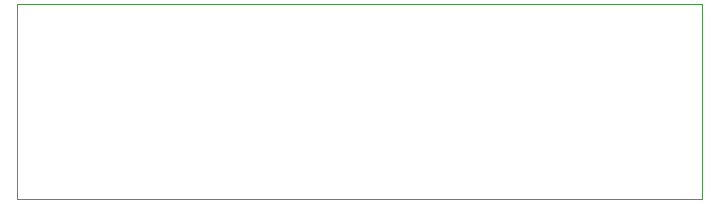
<source format=gbr>
G04 --- HEADER BEGIN --- *
%TF.GenerationSoftware,LibrePCB,LibrePCB,0.1.1-unstable*%
%TF.CreationDate,2019-06-09T12:53:25*%
%TF.ProjectId,Brushless Controller - default,345039e0-aa20-4574-aecf-6ad16ab42204,v1*%
%TF.Part,Single*%
%FSLAX66Y66*%
%MOMM*%
G01*
G74*
G04 --- HEADER END --- *
G04 --- APERTURE LIST BEGIN --- *
%ADD10C,0.001*%
G04 --- APERTURE LIST END --- *
G04 --- BOARD BEGIN --- *
D10*
X0Y0D02*
X58000000Y0D01*
X58000000Y16500000D01*
X0Y16500000D01*
X0Y0D01*
G04 --- BOARD END --- *
%TF.MD5,07224a51532727f3abdcfcb95f916081*%
M02*

</source>
